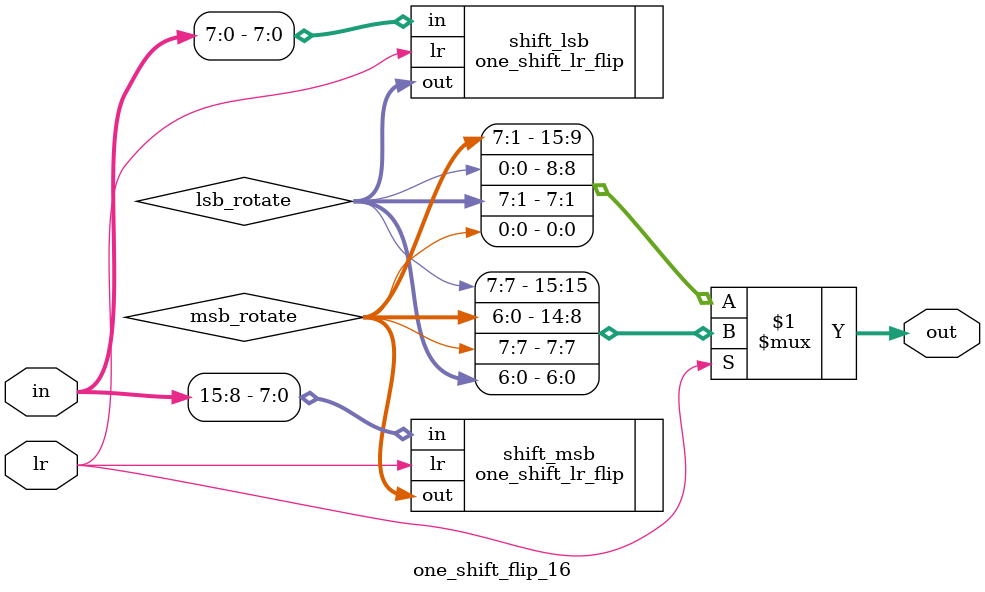
<source format=sv>
`timescale 1ns / 1ps


module one_shift_flip_16(
    input logic [15:0] in,
    input logic lr,
    output logic [15:0] out
    );
    
    logic [7:0] msb_rotate, lsb_rotate;

    // step 1-2
    one_shift_lr_flip shift_msb (.in(in[15:8]), .out(msb_rotate), .lr(lr));
    one_shift_lr_flip shift_lsb (.in(in[7:0]), .out(lsb_rotate), .lr(lr));
    
    assign out = lr ? {lsb_rotate[7], msb_rotate[6:0], msb_rotate[7], lsb_rotate[6:0]}
        : {msb_rotate[7:1], lsb_rotate[0], lsb_rotate[7:1], msb_rotate[0]};
endmodule

</source>
